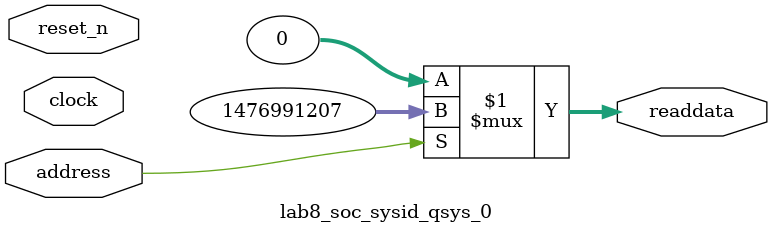
<source format=v>

`timescale 1ns / 1ps
// synthesis translate_on

// turn off superfluous verilog processor warnings 
// altera message_level Level1 
// altera message_off 10034 10035 10036 10037 10230 10240 10030 

module lab8_soc_sysid_qsys_0 (
               // inputs:
                address,
                clock,
                reset_n,

               // outputs:
                readdata
             )
;

  output  [ 31: 0] readdata;
  input            address;
  input            clock;
  input            reset_n;

  wire    [ 31: 0] readdata;
  //control_slave, which is an e_avalon_slave
  assign readdata = address ? 1476991207 : 0;

endmodule




</source>
